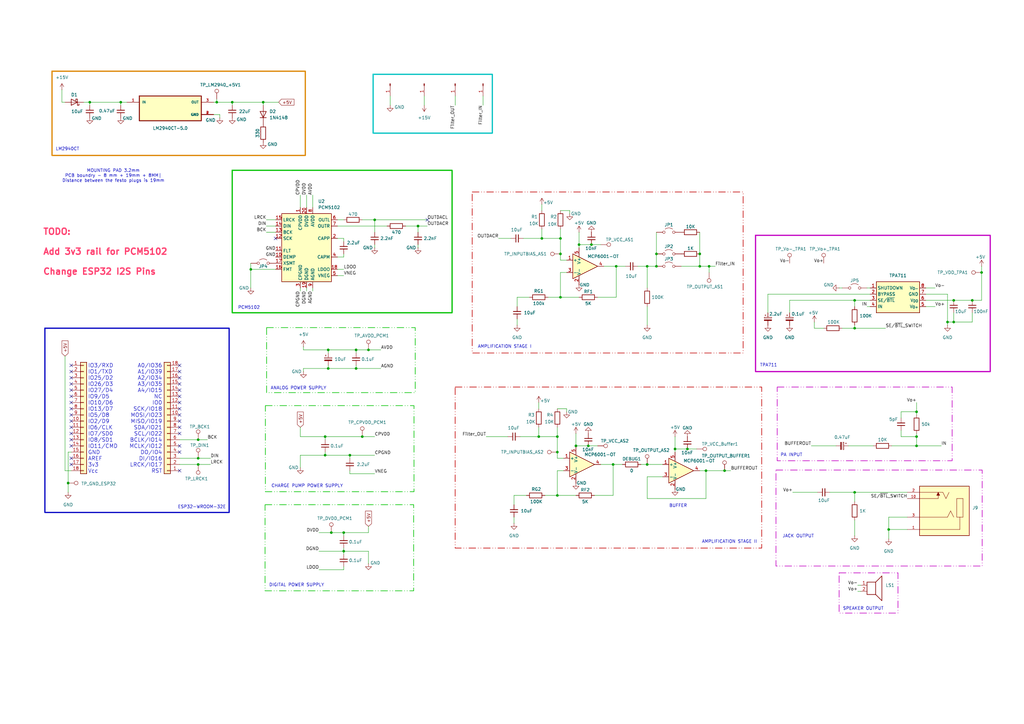
<source format=kicad_sch>
(kicad_sch (version 20231120) (generator "eeschema") (generator_version "8.0")
  (paper "A3")
  (junction (at 350.52 123.19))
  (junction (at 146.05 151.13))
  (junction (at 143.51 186.69))
  (junction (at 220.98 179.07))
  (junction (at 229.87 121.92))
  (junction (at 95.25 41.91))
  (junction (at 375.92 168.91))
  (junction (at 252.73 109.22))
  (junction (at 228.6 179.07))
  (junction (at 135.89 218.44))
  (junction (at 237.49 100.33))
  (junction (at 134.62 151.13))
  (junction (at 289.56 193.04))
  (junction (at 153.67 90.17))
  (junction (at 236.22 182.88))
  (junction (at 364.49 217.17))
  (junction (at 88.9 41.91))
  (junction (at 388.62 132.08))
  (junction (at 265.43 109.22))
  (junction (at 140.97 218.44))
  (junction (at 269.24 109.22))
  (junction (at 81.28 187.96))
  (junction (at 391.16 132.08))
  (junction (at 81.28 180.34))
  (junction (at 290.83 109.22))
  (junction (at 27.94 198.12))
  (junction (at 287.02 104.14))
  (junction (at 228.6 203.2))
  (junction (at 133.35 179.07))
  (junction (at 269.24 104.14))
  (junction (at 151.13 143.51))
  (junction (at 265.43 190.5))
  (junction (at 276.86 184.15))
  (junction (at 36.83 41.91))
  (junction (at 146.05 143.51))
  (junction (at 350.52 201.93))
  (junction (at 242.57 100.33))
  (junction (at 140.97 226.06))
  (junction (at 251.46 190.5))
  (junction (at 134.62 143.51))
  (junction (at 375.92 182.88))
  (junction (at 229.87 97.79))
  (junction (at 102.87 110.49))
  (junction (at 297.18 193.04))
  (junction (at 171.45 92.71))
  (junction (at 281.94 184.15))
  (junction (at 49.53 41.91))
  (junction (at 229.87 104.14))
  (junction (at 402.59 111.76))
  (junction (at 391.16 123.19))
  (junction (at 107.95 41.91))
  (junction (at 133.35 186.69))
  (junction (at 287.02 109.22))
  (junction (at 228.6 185.42))
  (junction (at 350.52 134.62))
  (junction (at 222.25 97.79))
  (junction (at 241.3 182.88))
  (junction (at 81.28 190.5))
  (junction (at 375.92 179.07))
  (junction (at 398.78 123.19))
  (junction (at 148.59 179.07))
  (no_connect (at 29.21 165.1))
  (no_connect (at 29.21 182.88))
  (no_connect (at 73.66 193.04))
  (no_connect (at 29.21 149.86))
  (no_connect (at 73.66 175.26))
  (no_connect (at 29.21 167.64))
  (no_connect (at 175.26 90.17))
  (no_connect (at 73.66 162.56))
  (no_connect (at 73.66 172.72))
  (no_connect (at 73.66 149.86))
  (no_connect (at 73.66 177.8))
  (no_connect (at 29.21 160.02))
  (no_connect (at 73.66 165.1))
  (no_connect (at 29.21 170.18))
  (no_connect (at 73.66 152.4))
  (no_connect (at 73.66 167.64))
  (no_connect (at 29.21 154.94))
  (no_connect (at 29.21 187.96))
  (no_connect (at 73.66 185.42))
  (no_connect (at 29.21 157.48))
  (no_connect (at 73.66 170.18))
  (no_connect (at 29.21 152.4))
  (no_connect (at 29.21 175.26))
  (no_connect (at 73.66 160.02))
  (no_connect (at 29.21 177.8))
  (no_connect (at 73.66 182.88))
  (no_connect (at 113.03 97.79))
  (no_connect (at 29.21 190.5))
  (no_connect (at 29.21 172.72))
  (no_connect (at 29.21 162.56))
  (no_connect (at 73.66 157.48))
  (no_connect (at 29.21 180.34))
  (no_connect (at 73.66 154.94))
  (wire (pts (xy 138.43 110.49) (xy 140.97 110.49)))
  (wire (pts (xy 351.79 240.03) (xy 353.06 240.03)))
  (wire (pts (xy 228.6 179.07) (xy 220.98 179.07)))
  (wire (pts (xy 81.28 180.34) (xy 85.09 180.34)))
  (wire (pts (xy 375.92 179.07) (xy 375.92 182.88)))
  (wire (pts (xy 233.68 86.36) (xy 233.68 87.63)))
  (wire (pts (xy 130.81 233.68) (xy 140.97 233.68)))
  (wire (pts (xy 109.22 92.71) (xy 113.03 92.71)))
  (wire (pts (xy 269.24 95.25) (xy 269.24 104.14)))
  (wire (pts (xy 128.27 118.11) (xy 128.27 119.38)))
  (wire (pts (xy 73.66 187.96) (xy 81.28 187.96)))
  (wire (pts (xy 402.59 111.76) (xy 402.59 123.19)))
  (wire (pts (xy 236.22 177.8) (xy 236.22 182.88)))
  (wire (pts (xy 350.52 134.62) (xy 363.22 134.62)))
  (wire (pts (xy 123.19 175.26) (xy 123.19 179.07)))
  (wire (pts (xy 314.96 128.27) (xy 314.96 120.65)))
  (wire (pts (xy 125.73 118.11) (xy 125.73 119.38)))
  (wire (pts (xy 281.94 184.15) (xy 276.86 184.15)))
  (wire (pts (xy 220.98 165.1) (xy 220.98 167.64)))
  (wire (pts (xy 245.11 121.92) (xy 252.73 121.92)))
  (wire (pts (xy 350.52 201.93) (xy 350.52 205.74)))
  (wire (pts (xy 379.73 123.19) (xy 391.16 123.19)))
  (wire (pts (xy 140.97 227.33) (xy 140.97 226.06)))
  (wire (pts (xy 388.62 120.65) (xy 379.73 120.65)))
  (wire (pts (xy 73.66 190.5) (xy 81.28 190.5)))
  (wire (pts (xy 204.47 97.79) (xy 209.55 97.79)))
  (wire (pts (xy 49.53 41.91) (xy 52.07 41.91)))
  (wire (pts (xy 140.97 224.79) (xy 140.97 226.06)))
  (wire (pts (xy 148.59 179.07) (xy 153.67 179.07)))
  (wire (pts (xy 350.52 201.93) (xy 372.11 201.93)))
  (wire (pts (xy 229.87 111.76) (xy 232.41 111.76)))
  (wire (pts (xy 334.01 132.08) (xy 334.01 134.62)))
  (wire (pts (xy 124.46 151.13) (xy 134.62 151.13)))
  (wire (pts (xy 123.19 118.11) (xy 123.19 119.38)))
  (wire (pts (xy 134.62 151.13) (xy 146.05 151.13)))
  (wire (pts (xy 229.87 97.79) (xy 222.25 97.79)))
  (wire (pts (xy 138.43 113.03) (xy 140.97 113.03)))
  (wire (pts (xy 90.17 46.99) (xy 90.17 48.26)))
  (wire (pts (xy 261.62 109.22) (xy 265.43 109.22)))
  (wire (pts (xy 128.27 80.01) (xy 128.27 85.09)))
  (wire (pts (xy 242.57 100.33) (xy 246.38 100.33)))
  (wire (pts (xy 102.87 107.95) (xy 102.87 110.49)))
  (wire (pts (xy 27.94 185.42) (xy 27.94 198.12)))
  (wire (pts (xy 210.82 203.2) (xy 215.9 203.2)))
  (wire (pts (xy 391.16 123.19) (xy 398.78 123.19)))
  (wire (pts (xy 398.78 128.27) (xy 398.78 132.08)))
  (wire (pts (xy 135.89 218.44) (xy 140.97 218.44)))
  (wire (pts (xy 140.97 104.14) (xy 140.97 105.41)))
  (wire (pts (xy 229.87 93.98) (xy 229.87 97.79)))
  (wire (pts (xy 29.21 185.42) (xy 27.94 185.42)))
  (wire (pts (xy 355.6 118.11) (xy 356.87 118.11)))
  (wire (pts (xy 130.81 226.06) (xy 140.97 226.06)))
  (wire (pts (xy 375.92 177.8) (xy 375.92 179.07)))
  (wire (pts (xy 237.49 95.25) (xy 237.49 100.33)))
  (wire (pts (xy 229.87 97.79) (xy 229.87 104.14)))
  (wire (pts (xy 375.92 168.91) (xy 369.57 168.91)))
  (wire (pts (xy 133.35 186.69) (xy 143.51 186.69)))
  (wire (pts (xy 355.6 125.73) (xy 356.87 125.73)))
  (wire (pts (xy 388.62 132.08) (xy 388.62 133.35)))
  (wire (pts (xy 290.83 111.76) (xy 290.83 109.22)))
  (wire (pts (xy 124.46 143.51) (xy 134.62 143.51)))
  (wire (pts (xy 369.57 176.53) (xy 369.57 179.07)))
  (wire (pts (xy 123.19 186.69) (xy 123.19 191.77)))
  (wire (pts (xy 212.09 121.92) (xy 217.17 121.92)))
  (wire (pts (xy 171.45 100.33) (xy 171.45 101.6)))
  (wire (pts (xy 241.3 182.88) (xy 236.22 182.88)))
  (wire (pts (xy 243.84 203.2) (xy 251.46 203.2)))
  (wire (pts (xy 391.16 128.27) (xy 391.16 132.08)))
  (wire (pts (xy 186.69 39.37) (xy 186.69 43.18)))
  (wire (pts (xy 276.86 184.15) (xy 276.86 185.42)))
  (wire (pts (xy 223.52 203.2) (xy 228.6 203.2)))
  (wire (pts (xy 25.4 41.91) (xy 26.67 41.91)))
  (wire (pts (xy 276.86 179.07) (xy 276.86 184.15)))
  (wire (pts (xy 199.39 179.07) (xy 208.28 179.07)))
  (wire (pts (xy 133.35 185.42) (xy 133.35 186.69)))
  (wire (pts (xy 265.43 195.58) (xy 271.78 195.58)))
  (wire (pts (xy 347.98 182.88) (xy 358.14 182.88)))
  (wire (pts (xy 134.62 143.51) (xy 134.62 144.78)))
  (wire (pts (xy 107.95 41.91) (xy 114.3 41.91)))
  (wire (pts (xy 166.37 92.71) (xy 171.45 92.71)))
  (wire (pts (xy 224.79 121.92) (xy 229.87 121.92)))
  (wire (pts (xy 95.25 41.91) (xy 95.25 43.18)))
  (wire (pts (xy 251.46 190.5) (xy 251.46 203.2)))
  (wire (pts (xy 36.83 41.91) (xy 49.53 41.91)))
  (wire (pts (xy 73.66 180.34) (xy 81.28 180.34)))
  (wire (pts (xy 109.22 95.25) (xy 113.03 95.25)))
  (wire (pts (xy 151.13 226.06) (xy 151.13 231.14)))
  (wire (pts (xy 262.89 190.5) (xy 265.43 190.5)))
  (wire (pts (xy 228.6 167.64) (xy 232.41 167.64)))
  (wire (pts (xy 123.19 186.69) (xy 133.35 186.69)))
  (wire (pts (xy 252.73 109.22) (xy 256.54 109.22)))
  (wire (pts (xy 350.52 134.62) (xy 350.52 133.35)))
  (wire (pts (xy 123.19 179.07) (xy 133.35 179.07)))
  (wire (pts (xy 379.73 125.73) (xy 383.54 125.73)))
  (wire (pts (xy 124.46 151.13) (xy 124.46 152.4)))
  (wire (pts (xy 289.56 193.04) (xy 289.56 204.47)))
  (wire (pts (xy 398.78 132.08) (xy 391.16 132.08)))
  (wire (pts (xy 237.49 100.33) (xy 237.49 101.6)))
  (wire (pts (xy 130.81 218.44) (xy 135.89 218.44)))
  (wire (pts (xy 125.73 80.01) (xy 125.73 85.09)))
  (wire (pts (xy 251.46 190.5) (xy 255.27 190.5)))
  (wire (pts (xy 375.92 182.88) (xy 386.08 182.88)))
  (wire (pts (xy 297.18 193.04) (xy 299.72 193.04)))
  (wire (pts (xy 213.36 179.07) (xy 220.98 179.07)))
  (wire (pts (xy 314.96 120.65) (xy 356.87 120.65)))
  (wire (pts (xy 143.51 186.69) (xy 153.67 186.69)))
  (wire (pts (xy 143.51 186.69) (xy 143.51 187.96)))
  (wire (pts (xy 332.74 182.88) (xy 342.9 182.88)))
  (wire (pts (xy 228.6 193.04) (xy 231.14 193.04)))
  (wire (pts (xy 160.02 39.37) (xy 160.02 43.18)))
  (wire (pts (xy 102.87 110.49) (xy 113.03 110.49)))
  (wire (pts (xy 151.13 143.51) (xy 156.21 143.51)))
  (wire (pts (xy 287.02 104.14) (xy 287.02 109.22)))
  (wire (pts (xy 88.9 40.64) (xy 88.9 41.91)))
  (wire (pts (xy 140.97 219.71) (xy 140.97 218.44)))
  (wire (pts (xy 388.62 120.65) (xy 388.62 132.08)))
  (wire (pts (xy 148.59 90.17) (xy 153.67 90.17)))
  (wire (pts (xy 87.63 46.99) (xy 90.17 46.99)))
  (wire (pts (xy 391.16 132.08) (xy 388.62 132.08)))
  (wire (pts (xy 26.67 146.05) (xy 26.67 193.04)))
  (wire (pts (xy 95.25 41.91) (xy 107.95 41.91)))
  (wire (pts (xy 228.6 185.42) (xy 228.6 187.96)))
  (wire (pts (xy 265.43 125.73) (xy 265.43 133.35)))
  (wire (pts (xy 124.46 143.51) (xy 124.46 142.24)))
  (wire (pts (xy 323.85 123.19) (xy 350.52 123.19)))
  (wire (pts (xy 290.83 109.22) (xy 293.37 109.22)))
  (wire (pts (xy 134.62 149.86) (xy 134.62 151.13)))
  (wire (pts (xy 369.57 168.91) (xy 369.57 171.45)))
  (wire (pts (xy 212.09 130.81) (xy 212.09 133.35)))
  (wire (pts (xy 171.45 92.71) (xy 171.45 95.25)))
  (wire (pts (xy 140.97 97.79) (xy 140.97 99.06)))
  (wire (pts (xy 265.43 204.47) (xy 265.43 195.58)))
  (wire (pts (xy 287.02 193.04) (xy 289.56 193.04)))
  (wire (pts (xy 245.11 182.88) (xy 241.3 182.88)))
  (wire (pts (xy 265.43 109.22) (xy 269.24 109.22)))
  (wire (pts (xy 81.28 187.96) (xy 86.36 187.96)))
  (wire (pts (xy 134.62 143.51) (xy 146.05 143.51)))
  (wire (pts (xy 228.6 175.26) (xy 228.6 179.07)))
  (wire (pts (xy 212.09 121.92) (xy 212.09 125.73)))
  (wire (pts (xy 109.22 90.17) (xy 113.03 90.17)))
  (wire (pts (xy 325.12 201.93) (xy 335.28 201.93)))
  (wire (pts (xy 210.82 212.09) (xy 210.82 214.63)))
  (wire (pts (xy 350.52 213.36) (xy 350.52 219.71)))
  (wire (pts (xy 138.43 90.17) (xy 140.97 90.17)))
  (wire (pts (xy 345.44 134.62) (xy 350.52 134.62)))
  (wire (pts (xy 123.19 80.01) (xy 123.19 85.09)))
  (wire (pts (xy 138.43 105.41) (xy 140.97 105.41)))
  (wire (pts (xy 364.49 220.98) (xy 364.49 217.17)))
  (wire (pts (xy 364.49 212.09) (xy 364.49 217.17)))
  (wire (pts (xy 228.6 193.04) (xy 228.6 203.2)))
  (wire (pts (xy 334.01 134.62) (xy 337.82 134.62)))
  (wire (pts (xy 375.92 168.91) (xy 375.92 170.18)))
  (wire (pts (xy 232.41 167.64) (xy 232.41 168.91)))
  (wire (pts (xy 81.28 190.5) (xy 86.36 190.5)))
  (wire (pts (xy 232.41 106.68) (xy 229.87 106.68)))
  (wire (pts (xy 222.25 83.82) (xy 222.25 86.36)))
  (wire (pts (xy 143.51 194.31) (xy 153.67 194.31)))
  (wire (pts (xy 402.59 109.22) (xy 402.59 111.76)))
  (wire (pts (xy 228.6 203.2) (xy 236.22 203.2)))
  (wire (pts (xy 265.43 190.5) (xy 271.78 190.5)))
  (wire (pts (xy 140.97 233.68) (xy 140.97 232.41)))
  (wire (pts (xy 102.87 118.11) (xy 102.87 110.49)))
  (wire (pts (xy 356.87 123.19) (xy 350.52 123.19)))
  (wire (pts (xy 151.13 218.44) (xy 151.13 215.9)))
  (wire (pts (xy 140.97 226.06) (xy 151.13 226.06)))
  (wire (pts (xy 398.78 123.19) (xy 402.59 123.19)))
  (wire (pts (xy 365.76 182.88) (xy 375.92 182.88)))
  (wire (pts (xy 36.83 41.91) (xy 36.83 43.18)))
  (wire (pts (xy 138.43 97.79) (xy 140.97 97.79)))
  (wire (pts (xy 29.21 193.04) (xy 26.67 193.04)))
  (wire (pts (xy 153.67 90.17) (xy 153.67 95.25)))
  (wire (pts (xy 344.17 118.11) (xy 345.44 118.11)))
  (wire (pts (xy 87.63 41.91) (xy 88.9 41.91)))
  (wire (pts (xy 138.43 92.71) (xy 158.75 92.71)))
  (wire (pts (xy 379.73 118.11) (xy 383.54 118.11)))
  (wire (pts (xy 375.92 179.07) (xy 369.57 179.07)))
  (wire (pts (xy 153.67 90.17) (xy 175.26 90.17)))
  (wire (pts (xy 287.02 109.22) (xy 290.83 109.22)))
  (wire (pts (xy 229.87 104.14) (xy 229.87 106.68)))
  (wire (pts (xy 210.82 203.2) (xy 210.82 207.01)))
  (wire (pts (xy 242.57 100.33) (xy 237.49 100.33)))
  (wire (pts (xy 289.56 204.47) (xy 265.43 204.47)))
  (wire (pts (xy 222.25 93.98) (xy 222.25 97.79)))
  (wire (pts (xy 364.49 217.17) (xy 372.11 217.17)))
  (wire (pts (xy 269.24 104.14) (xy 269.24 109.22)))
  (wire (pts (xy 229.87 121.92) (xy 237.49 121.92)))
  (wire (pts (xy 146.05 149.86) (xy 146.05 151.13)))
  (wire (pts (xy 252.73 109.22) (xy 252.73 121.92)))
  (wire (pts (xy 372.11 212.09) (xy 364.49 212.09)))
  (wire (pts (xy 146.05 143.51) (xy 146.05 144.78)))
  (wire (pts (xy 143.51 193.04) (xy 143.51 194.31)))
  (wire (pts (xy 153.67 101.6) (xy 153.67 100.33)))
  (wire (pts (xy 287.02 95.25) (xy 287.02 104.14)))
  (wire (pts (xy 289.56 193.04) (xy 297.18 193.04)))
  (wire (pts (xy 220.98 175.26) (xy 220.98 179.07)))
  (wire (pts (xy 229.87 111.76) (xy 229.87 121.92)))
  (wire (pts (xy 133.35 179.07) (xy 133.35 180.34)))
  (wire (pts (xy 171.45 92.71) (xy 175.26 92.71)))
  (wire (pts (xy 173.99 39.37) (xy 173.99 43.18)))
  (wire (pts (xy 27.94 198.12) (xy 27.94 201.93)))
  (wire (pts (xy 323.85 123.19) (xy 323.85 128.27)))
  (wire (pts (xy 34.29 41.91) (xy 36.83 41.91)))
  (wire (pts (xy 107.95 43.18) (xy 107.95 41.91)))
  (wire (pts (xy 247.65 109.22) (xy 252.73 109.22)))
  (wire (pts (xy 25.4 36.83) (xy 25.4 41.91)))
  (wire (pts (xy 279.4 109.22) (xy 287.02 109.22)))
  (wire (pts (xy 146.05 143.51) (xy 151.13 143.51)))
  (wire (pts (xy 214.63 97.79) (xy 222.25 97.79)))
  (wire (pts (xy 350.52 123.19) (xy 350.52 125.73)))
  (wire (pts (xy 265.43 109.22) (xy 265.43 118.11)))
  (wire (pts (xy 375.92 165.1) (xy 375.92 168.91)))
  (wire (pts (xy 281.94 184.15) (xy 285.75 184.15)))
  (wire (pts (xy 146.05 151.13) (xy 156.21 151.13)))
  (wire (pts (xy 88.9 41.91) (xy 95.25 41.91)))
  (wire (pts (xy 340.36 201.93) (xy 350.52 201.93)))
  (wire (pts (xy 351.79 242.57) (xy 353.06 242.57)))
  (wire (pts (xy 229.87 86.36) (xy 233.68 86.36)))
  (wire (pts (xy 140.97 218.44) (xy 151.13 218.44)))
  (wire (pts (xy 228.6 179.07) (xy 228.6 185.42)))
  (wire (pts (xy 133.35 179.07) (xy 148.59 179.07)))
  (wire (pts (xy 198.12 39.37) (xy 198.12 43.18)))
  (wire (pts (xy 246.38 190.5) (xy 251.46 190.5)))
  (wire (pts (xy 231.14 187.96) (xy 228.6 187.96)))
  (wire (pts (xy 49.53 41.91) (xy 49.53 43.18)))
  (rectangle (start 109.347 134.366) (end 170.307 161.036) (stroke (width 0.254) (type dash_dot_dot) (color 0 194 0 1)))
  (rectangle (start 108.839 166.37) (end 169.799 201.676) (stroke (width 0.254) (type dash_dot_dot) (color 0 194 0 1)))
  (rectangle (start 21.336 29.21) (end 125.222 63.754) (stroke (width 0.5) (color 221 133 0 1)))
  (rectangle (start 108.712 207.01) (end 169.672 242.316) (stroke (width 0.254) (type dash_dot_dot) (color 0 194 0 1)))
  (rectangle (start 18.415 134.62) (end 93.98 210.185) (stroke (width 0.5)))
  (rectangle (start 153.035 30.48) (end 201.93 54.61) (stroke (width 0.5) (color 0 194 194 1)))
  (rectangle (start 344.17 234.95) (end 368.3 251.46) (stroke (width 0.254) (type dash_dot_dot) (color 194 0 194 1)))
  (rectangle (start 318.77 158.75) (end 390.525 188.976) (stroke (width 0.254) (type dash_dot_dot) (color 194 0 194 1)))
  (rectangle (start 186.69 158.75) (end 312.42 224.79) (stroke (width 0.254) (type dash_dot_dot) (color 194 0 0 1)))
  (rectangle (start 95.25 69.85) (end 185.42 128.27) (stroke (width 0.5) (color 0 194 0 1)))
  (rectangle (start 193.675 78.74) (end 304.8 144.78) (stroke (width 0.254) (type dash_dot_dot) (color 194 0 0 1)))
  (rectangle (start 309.88 96.52) (end 406.146 152.4) (stroke (width 0.5) (color 194 0 194 1)))
  (rectangle (start 318.262 192.786) (end 402.844 232.156) (stroke (width 0.254) (type dash_dot_dot) (color 194 0 194 1)))
  (text "PCM5102" (at 102.108 126.238 0) (effects (font (size 1.27 1.27))))
  (text "CHARGE PUMP POWER SUPPLY\n" (at 125.984 199.39 0) (effects (font (size 1.27 1.27))))
  (text "PA INPUT\n\n" (at 324.612 187.706 0) (effects (font (size 1.27 1.27))))
  (text "TODO:\n\nAdd 3v3 rail for PCM5102 \n\nChange ESP32 I2S Pins \n" (at 17.526 103.378 0) (effects (font (size 2.54 2.54) (thickness 0.508) (bold yes)) (justify left)))
  (text "LM2940CT" (at 27.686 61.214 0) (effects (font (size 1.27 1.27))))
  (text "TPA711\n" (at 315.214 149.86 0) (effects (font (size 1.27 1.27))))
  (text "AMPLIFICATION STAGE II\n\n" (at 299.212 223.266 0) (effects (font (size 1.27 1.27))))
  (text "ESP32-WROOM-32E" (at 82.804 208.026 0) (effects (font (size 1.27 1.27))))
  (text "MOUNTING PAD 3.2mm\nPCB boundry - 8 mm + 19mm + 8MM|\nDistance between the festo plugs is 19mm\n" (at 46.482 72.136 0) (effects (font (size 1.27 1.27))))
  (text "SPEAKER OUTPUT" (at 354.076 249.682 0) (effects (font (size 1.27 1.27))))
  (text "A0/IO36\nA1/IO39\nA2/IO34\nA3/IO35\nA4/IO15\nNC\nIO0\nSCK/IO18\nMOSI/IO23\nMISO/IO19\nSDA/IO21\nSCL/IO22\nBCLK/IO14\nMCLK/IO12\nDO/IO4\nDI/IO16\nLRCK/IO17\nRST" (at 66.548 171.704 0) (effects (font (size 1.58 1.58)) (justify right)))
  (text "JACK OUTPUT" (at 327.406 219.964 0) (effects (font (size 1.27 1.27))))
  (text "ANALOG POWER SUPPLY\n" (at 122.428 159.258 0) (effects (font (size 1.27 1.27))))
  (text "IO3/RXD\nIO1/TXD\nIO25/D2\nIO26/D3\nIO27/D4\nIO9/D5\nIO10/D6\nIO13/D7	\nIO5/D8\nIO2/D9\nIO6/CLK\nIO7/SD0\nIO8/SD1\nIO11/CMD\nGND\nAREF\n3v3\nVcc\n\n" (at 36.068 172.974 0) (effects (font (size 1.58 1.58)) (justify left)))
  (text "BUFFER\n" (at 278.13 207.518 0) (effects (font (size 1.27 1.27))))
  (text "DIGITAL POWER SUPPLY\n" (at 121.666 240.03 0) (effects (font (size 1.27 1.27))))
  (text "AMPLIFICATION STAGE I" (at 207.01 142.24 0) (effects (font (size 1.27 1.27))))
  (label "CPGND" (at 153.67 186.69 0))
  (label "VNEG" (at 140.97 113.03 0))
  (label "BUFFEROUT" (at 299.72 193.04 0))
  (label "AGND" (at 156.21 151.13 0))
  (label "Vo+" (at 375.92 165.1 180))
  (label "DVDD" (at 130.81 218.44 180))
  (label "OUTDACR" (at 175.26 92.71 0))
  (label "CPVDD" (at 123.19 80.01 90))
  (label "Filter_IN" (at 198.12 43.18 270))
  (label "IN" (at 386.08 182.88 0))
  (label "Vo-" (at 383.54 118.11 0))
  (label "Vo+" (at 351.79 242.57 180))
  (label "BCK" (at 85.09 180.34 0))
  (label "DGND" (at 130.81 226.06 180))
  (label "Vo+" (at 325.12 201.93 180))
  (label "DGND" (at 125.73 119.38 270))
  (label "Filter_OUT" (at 199.39 179.07 180))
  (label "VNEG" (at 153.67 194.31 0))
  (label "AVDD" (at 128.27 80.01 90))
  (label "AVDD" (at 156.21 143.51 0))
  (label "Vo-" (at 351.79 240.03 180))
  (label "GND" (at 113.03 102.87 180))
  (label "SE{slash}~{BTL}_SWITCH" (at 363.22 134.62 0))
  (label "CPGND" (at 123.19 119.38 270))
  (label "DVDD" (at 125.73 80.01 90))
  (label "LRCK" (at 109.22 90.17 180))
  (label "Filter_OUT" (at 186.69 43.18 270))
  (label "LDOO" (at 140.97 110.49 0))
  (label "DIN" (at 109.22 92.71 180))
  (label "LDOO" (at 130.81 233.68 180))
  (label "CPVDD" (at 153.67 179.07 0))
  (label "Vo+" (at 383.54 125.73 0))
  (label "AGND" (at 128.27 119.38 270))
  (label "LRCK" (at 86.36 190.5 0))
  (label "OUTDACL" (at 175.26 90.17 0))
  (label "SE{slash}~{BTL}_SWITCH" (at 372.11 204.47 180))
  (label "IN" (at 355.6 125.73 180))
  (label "BCK" (at 109.22 95.25 180))
  (label "Filter_IN" (at 293.37 109.22 0))
  (label "GND" (at 113.03 105.41 180))
  (label "DIN" (at 86.36 187.96 0))
  (label "BUFFEROUT" (at 332.74 182.88 180))
  (label "Vo+" (at 337.82 107.95 180))
  (label "OUTDACR" (at 204.47 97.79 180))
  (label "Vo-" (at 323.85 107.95 180))
  (global_label "+5V" (shape input) (at 151.13 215.9 90) (property "Intersheetrefs" "${INTERSHEET_REFS}" (effects (hide yes))))
  (global_label "+5V" (shape input) (at 123.19 175.26 90) (property "Intersheetrefs" "${INTERSHEET_REFS}" (effects (hide yes))))
  (global_label "+5V" (shape input) (at 26.67 146.05 90) (property "Intersheetrefs" "${INTERSHEET_REFS}" (effects (hide yes))))
  (global_label "+5V" (shape input) (at 114.3 41.91 0) (property "Intersheetrefs" "${INTERSHEET_REFS}" (effects (hide yes))))
  (symbol (lib_id "Connector:TestPoint") (at 265.43 190.5 0) (unit 1)
    (property "Reference" "TP_OUTPUT_AS2" (at 259.588 184.658 0) (effects (justify left)))
    (property "Value" "TestPoint" (effects (hide yes)))
    (property "Footprint" "TestPoint:TestPoint_Pad_1.5x1.5mm" (effects (hide yes)))
    (property "Description" "test point" (effects (hide yes)))
    (property "OC_Mouser" "X" (effects (hide yes)))
  )
  (symbol (lib_id "Device:R") (at 341.63 134.62 270) (unit 1)
    (property "Reference" "R12" (effects (hide yes)))
    (property "Value" "100K" (at 341.884 132.08 90))
    (property "Footprint" "Resistor_SMD:R_0805_2012Metric_Pad1.20x1.40mm_HandSolder" (effects (hide yes)))
    (property "Description" "Resistor" (effects (hide yes)))
    (property "OC_Mouser" "603-RT0805BRE07100KL" (effects (hide yes)))
    (property "Double Checked" "x" (effects (hide yes)))
  )
  (symbol (lib_id "Device:R") (at 241.3 121.92 90) (unit 1)
    (property "Reference" "RF1" (at 241.3 119.634 90))
    (property "Value" "5K" (at 241.3 124.46 90))
    (property "Footprint" "Resistor_SMD:R_0805_2012Metric_Pad1.20x1.40mm_HandSolder" (effects (hide yes)))
    (property "Description" "Resistor" (effects (hide yes)))
    (property "OC_Mouser" "71-RCA08055K10FKEA" (effects (hide yes)))
  )
  (symbol (lib_name "MCP6001-OT_1") (lib_id "Amplifier_Operational:MCP6001-OT") (at 279.4 193.04 0) (unit 1)
    (property "Reference" "U3" (effects (hide yes)))
    (property "Value" "MCP6001-OT" (at 286.766 188.976 0))
    (property "Footprint" "MCP6001UT:SOT95P270X145-5N" (effects (hide yes)))
    (property "Datasheet" "https://ww1.microchip.com/downloads/en/DeviceDoc/MCP6001-1R-1U-2-4-1-MHz-Low-Power-Op-Amp-DS20001733L.pdf" (effects (hide yes)))
    (property "Description" "1MHz, Low-Power Op Amp, SOT-23-5" (effects (hide yes)))
    (property "OC_Mouser" "579-MCP6001UT-I/OT" (effects (hide yes)))
    (property "Double Checked" "x" (effects (hide yes)))
  )
  (symbol (lib_id "Device:C_Small") (at 241.3 180.34 0) (unit 1)
    (property "Reference" "C_COUPLING_AMPSTAGE3" (effects (hide yes)))
    (property "Value" "10nF" (at 238.76 184.404 0) (effects (justify left)))
    (property "Footprint" "Capacitor_SMD:C_1206_3216Metric_Pad1.33x1.80mm_HandSolder" (effects (hide yes)))
    (property "Description" "Unpolarized capacitor, small symbol" (effects (hide yes)))
    (property "OC_Mouser" "581-KGM31GCG2J103JU" (effects (hide yes)))
    (property "Double Checked" "x" (effects (hide yes)))
  )
  (symbol (lib_id "Connector:TestPoint") (at 148.59 179.07 0) (unit 1)
    (property "Reference" "TP_CPVDD_PCM1" (at 142.748 173.228 0) (effects (justify left)))
    (property "Value" "TestPoint" (effects (hide yes)))
    (property "Footprint" "TestPoint:TestPoint_Pad_1.5x1.5mm" (effects (hide yes)))
    (property "Description" "test point" (effects (hide yes)))
    (property "OC_Mouser" "X" (effects (hide yes)))
  )
  (symbol (lib_id "Device:C_Polarized_Small") (at 323.85 130.81 0) (unit 1)
    (property "Reference" "C_SE/BTL_TPA1" (effects (hide yes)))
    (property "Value" "0.1uF" (at 324.612 128.778 0) (effects (justify left)))
    (property "Footprint" "Capacitor_SMD:C_1206_3216Metric_Pad1.33x1.80mm_HandSolder" (effects (hide yes)))
    (property "Description" "Polarized capacitor, small symbol" (effects (hide yes)))
    (property "OC_Mouser" "581-KAF31BR71H104KT" (effects (hide yes)))
    (property "Comments" "0.1uF = 100nF" (effects (hide yes)))
    (property "Double Checked" "x" (effects (hide yes)))
  )
  (symbol (lib_id "Device:R") (at 240.03 203.2 90) (unit 1)
    (property "Reference" "RF2" (at 240.03 200.914 90))
    (property "Value" "5K" (at 240.03 205.74 90))
    (property "Footprint" "Resistor_SMD:R_0805_2012Metric_Pad1.20x1.40mm_HandSolder" (effects (hide yes)))
    (property "Description" "Resistor" (effects (hide yes)))
    (property "OC_Mouser" "71-RCA08055K10FKEA" (effects (hide yes)))
  )
  (symbol (lib_id "power:+5V") (at 124.46 142.24 0) (unit 1)
    (property "Reference" "#PWR02" (effects (hide yes)))
    (property "Value" "+5V" (at 124.46 137.16 0))
    (property "Description" "Power symbol creates a global label with name \"+5V\"" (effects (hide yes)))
  )
  (symbol (lib_id "Connector:Conn_01x01_Pin") (at 186.69 34.29 270) (unit 1)
    (property "Reference" "J6" (effects (hide yes)))
    (property "Value" "Conn_01x01_Pin" (effects (hide yes)))
    (property "Footprint" "TestPoint:FestoBoard_Drill_Hole" (effects (hide yes)))
    (property "Description" "Generic connector, single row, 01x01, script generated" (effects (hide yes)))
    (property "Comments" "Screws? Washers? Do we have to order?" (effects (hide yes)))
  )
  (symbol (lib_id "power:+15V") (at 173.99 43.18 180) (unit 1)
    (property "Reference" "#PWR039" (effects (hide yes)))
    (property "Value" "+15V" (at 173.99 48.26 0))
    (property "Description" "Power symbol creates a global label with name \"+15V\"" (effects (hide yes)))
  )
  (symbol (lib_id "Jumper:Jumper_2_Open") (at 274.32 109.22 0) (unit 1) (exclude_from_sim yes)
    (property "Reference" "JP3" (at 274.32 106.172 0))
    (property "Value" "Jumper_2_Open" (effects (hide yes)))
    (property "Footprint" "Jumper:SolderJumper-2_P1.3mm_Open_Pad1.0x1.5mm" (effects (hide yes)))
    (property "Description" "Jumper, 2-pole, open" (effects (hide yes)))
    (property "OC_Mouser" "X" (effects (hide yes)))
  )
  (symbol (lib_id "Device:R") (at 220.98 121.92 90) (unit 1)
    (property "Reference" "RG1" (at 220.98 119.38 90))
    (property "Value" "100k" (at 220.98 124.46 90))
    (property "Footprint" "Resistor_SMD:R_0805_2012Metric_Pad1.20x1.40mm_HandSolder" (effects (hide yes)))
    (property "Description" "Resistor" (effects (hide yes)))
    (property "OC_Mouser" "603-RT0805BRE07100KL" (effects (hide yes)))
    (property "Double Checked" "x" (effects (hide yes)))
  )
  (symbol (lib_id "Device:C_Small") (at 212.09 128.27 180) (unit 1)
    (property "Reference" "C_GND_AMPSTAGE1" (effects (hide yes)))
    (property "Value" "10uF" (at 219.71 128.27 0) (effects (justify left)))
    (property "Footprint" "Capacitor_SMD:C_1206_3216Metric_Pad1.33x1.80mm_HandSolder" (effects (hide yes)))
    (property "Description" "Unpolarized capacitor, small symbol" (effects (hide yes)))
    (property "OC_Mouser" "581-KAF31GR71C106KU" (effects (hide yes)))
    (property "Double Checked" "x" (effects (hide yes)))
  )
  (symbol (lib_id "power:GND") (at 241.3 177.8 180) (unit 1)
    (property "Reference" "#PWR036" (effects (hide yes)))
    (property "Value" "GND" (at 241.3 173.99 0))
    (property "Description" "Power symbol creates a global label with name \"GND\" , ground" (effects (hide yes)))
  )
  (symbol (lib_id "Connector:TestPoint") (at 246.38 100.33 270) (unit 1)
    (property "Reference" "TP_VCC_AS1" (at 248.412 98.298 90) (effects (justify left)))
    (property "Value" "TestPoint" (effects (hide yes)))
    (property "Footprint" "TestPoint:TestPoint_Pad_1.5x1.5mm" (effects (hide yes)))
    (property "Description" "test point" (effects (hide yes)))
    (property "OC_Mouser" "X" (effects (hide yes)))
  )
  (symbol (lib_id "Device:R") (at 350.52 209.55 0) (unit 1)
    (property "Reference" "R11" (effects (hide yes)))
    (property "Value" "1K" (at 353.822 209.55 0))
    (property "Footprint" "Resistor_SMD:R_0805_2012Metric_Pad1.20x1.40mm_HandSolder" (effects (hide yes)))
    (property "Description" "Resistor" (effects (hide yes)))
    (property "OC_Mouser" " 652-CR0805AFX1001EAS" (effects (hide yes)))
  )
  (symbol (lib_id "Connector:TestPoint") (at 151.13 143.51 0) (unit 1)
    (property "Reference" "TP_AVDD_PCM1" (at 145.288 137.668 0) (effects (justify left)))
    (property "Value" "TestPoint" (effects (hide yes)))
    (property "Footprint" "TestPoint:TestPoint_Pad_1.5x1.5mm" (effects (hide yes)))
    (property "Description" "test point" (effects (hide yes)))
    (property "OC_Mouser" "X" (effects (hide yes)))
  )
  (symbol (lib_id "Device:R") (at 283.21 95.25 270) (unit 1)
    (property "Reference" "R_COUPLING_AMPSTAGE2" (effects (hide yes)))
    (property "Value" "10K" (at 283.21 92.964 90))
    (property "Footprint" "Resistor_SMD:R_0805_2012Metric_Pad1.20x1.40mm_HandSolder" (effects (hide yes)))
    (property "Description" "Resistor" (effects (hide yes)))
    (property "OC_Mouser" "708-RNHT0805BTE10K0" (effects (hide yes)))
  )
  (symbol (lib_id "power:GND") (at 276.86 200.66 0) (unit 1)
    (property "Reference" "#PWR07" (effects (hide yes)))
    (property "Value" "GND" (at 279.146 200.66 0))
    (property "Description" "Power symbol creates a global label with name \"GND\" , ground" (effects (hide yes)))
  )
  (symbol (lib_id "Connector_Generic:Conn_01x18") (at 34.29 170.18 0) (unit 1)
    (property "Reference" "J2" (effects (hide yes)))
    (property "Value" "Conn_01x18" (effects (hide yes)))
    (property "Footprint" "Connector_PinSocket_2.54mm:PinSocket_1x18_P2.54mm_Vertical" (effects (hide yes)))
    (property "Description" "Generic connector, single row, 01x18, script generated (kicad-library-utils/schlib/autogen/connector/)" (effects (hide yes)))
    (property "Comments" "No idea" (effects (hide yes)))
  )
  (symbol (lib_id "Device:C_Small") (at 281.94 181.61 0) (unit 1)
    (property "Reference" "C_COUPLING_AMPSTAGE4" (effects (hide yes)))
    (property "Value" "10nF" (at 279.4 185.674 0) (effects (justify left)))
    (property "Footprint" "Capacitor_SMD:C_1206_3216Metric_Pad1.33x1.80mm_HandSolder" (effects (hide yes)))
    (property "Description" "Unpolarized capacitor, small symbol" (effects (hide yes)))
    (property "OC_Mouser" "581-KGM31GCG2J103JU" (effects (hide yes)))
    (property "Double Checked" "x" (effects (hide yes)))
  )
  (symbol (lib_id "Connector:TestPoint") (at 27.94 198.12 270) (unit 1)
    (property "Reference" "TP_GND_ESP32" (at 33.274 198.374 90) (effects (justify left)))
    (property "Value" "TestPoint" (effects (hide yes)))
    (property "Footprint" "TestPoint:TestPoint_Pad_1.5x1.5mm" (effects (hide yes)))
    (property "Description" "test point" (effects (hide yes)))
    (property "OC_Mouser" "X" (effects (hide yes)))
  )
  (symbol (lib_id "Connector_Generic:Conn_01x18") (at 68.58 172.72 180) (unit 1)
    (property "Reference" "J3" (effects (hide yes)))
    (property "Value" "Conn_01x18" (effects (hide yes)))
    (property "Footprint" "Connector_PinSocket_2.54mm:PinSocket_1x18_P2.54mm_Vertical" (effects (hide yes)))
    (property "Description" "Generic connector, single row, 01x18, script generated (kicad-library-utils/schlib/autogen/connector/)" (effects (hide yes)))
    (property "Comments" "No idea" (effects (hide yes)))
  )
  (symbol (lib_id "Connector:Conn_01x01_Pin") (at 173.99 34.29 270) (unit 1)
    (property "Reference" "J5" (effects (hide yes)))
    (property "Value" "Conn_01x01_Pin" (effects (hide yes)))
    (property "Footprint" "TestPoint:FestoBoard_Drill_Hole" (effects (hide yes)))
    (property "Description" "Generic connector, single row, 01x01, script generated" (effects (hide yes)))
    (property "Comments" "Screws? Washers? Do we have to order?" (effects (hide yes)))
  )
  (symbol (lib_id "Jumper:Jumper_2_Open") (at 350.52 118.11 0) (unit 1) (exclude_from_sim yes)
    (property "Reference" "JP5" (at 350.52 115.062 0))
    (property "Value" "Jumper_2_Open" (effects (hide yes)))
    (property "Footprint" "Jumper:SolderJumper-2_P1.3mm_Open_Pad1.0x1.5mm" (effects (hide yes)))
    (property "Description" "Jumper, 2-pole, open" (effects (hide yes)))
    (property "OC_Mouser" "X" (effects (hide yes)))
  )
  (symbol (lib_id "power:GND") (at 388.62 133.35 0) (unit 1)
    (property "Reference" "#PWR023" (effects (hide yes)))
    (property "Value" "GND" (at 388.62 138.43 0))
    (property "Description" "Power symbol creates a global label with name \"GND\" , ground" (effects (hide yes)))
  )
  (symbol (lib_id "power:+5V") (at 222.25 83.82 0) (unit 1)
    (property "Reference" "#PWR012" (effects (hide yes)))
    (property "Value" "+5V" (at 224.79 83.058 0))
    (property "Description" "Power symbol creates a global label with name \"+5V\"" (effects (hide yes)))
  )
  (symbol (lib_id "power:GND") (at 281.94 179.07 180) (unit 1)
    (property "Reference" "#PWR037" (effects (hide yes)))
    (property "Value" "GND" (at 281.94 175.514 0))
    (property "Description" "Power symbol creates a global label with name \"GND\" , ground" (effects (hide yes)))
  )
  (symbol (lib_id "Device:C_Small") (at 36.83 45.72 0) (unit 1)
    (property "Reference" "C_IN_+15V_1" (effects (hide yes)))
    (property "Value" "10uF" (at 29.21 45.72 0) (effects (justify left)))
    (property "Footprint" "Capacitor_SMD:C_1206_3216Metric_Pad1.33x1.80mm_HandSolder" (effects (hide yes)))
    (property "Description" "Unpolarized capacitor, small symbol" (effects (hide yes)))
    (property "OC_Mouser" "581-KAF31GR71C106KU" (effects (hide yes)))
    (property "Double Checked" "x" (effects (hide yes)))
  )
  (symbol (lib_id "power:+5V") (at 276.86 179.07 0) (unit 1)
    (property "Reference" "#PWR08" (effects (hide yes)))
    (property "Value" "+5V" (at 276.86 175.26 0))
    (property "Description" "Power symbol creates a global label with name \"+5V\"" (effects (hide yes)))
  )
  (symbol (lib_id "Jumper:Jumper_2_Open") (at 274.32 104.14 0) (unit 1) (exclude_from_sim yes)
    (property "Reference" "JP2" (at 274.32 101.092 0))
    (property "Value" "Jumper_2_Open" (effects (hide yes)))
    (property "Footprint" "Jumper:SolderJumper-2_P1.3mm_Open_Pad1.0x1.5mm" (effects (hide yes)))
    (property "Description" "Jumper, 2-pole, open" (effects (hide yes)))
    (property "OC_Mouser" "X" (effects (hide yes)))
  )
  (symbol (lib_id "Connector:Conn_01x01_Pin") (at 160.02 34.29 270) (unit 1)
    (property "Reference" "J4" (effects (hide yes)))
    (property "Value" "Conn_01x01_Pin" (effects (hide yes)))
    (property "Footprint" "TestPoint:FestoBoard_Drill_Hole" (effects (hide yes)))
    (property "Description" "Generic connector, single row, 01x01, script generated" (effects (hide yes)))
    (property "Comments" "Screws? Washers? Do we have to order?" (effects (hide yes)))
  )
  (symbol (lib_id "Jumper:Jumper_2_Open") (at 274.32 95.25 0) (unit 1) (exclude_from_sim yes)
    (property "Reference" "JP1" (at 274.32 92.202 0))
    (property "Value" "Jumper_2_Open" (effects (hide yes)))
    (property "Footprint" "Jumper:SolderJumper-2_P1.3mm_Open_Pad1.0x1.5mm" (effects (hide yes)))
    (property "Description" "Jumper, 2-pole, open" (effects (hide yes)))
    (property "OC_Mouser" "X" (effects (hide yes)))
  )
  (symbol (lib_id "Device:C_Small") (at 210.82 209.55 180) (unit 1)
    (property "Reference" "C_GND_AMPSTAGE2" (effects (hide yes)))
    (property "Value" "10uF" (at 218.44 209.55 0) (effects (justify left)))
    (property "Footprint" "Capacitor_SMD:C_1206_3216Metric_Pad1.33x1.80mm_HandSolder" (effects (hide yes)))
    (property "Description" "Unpolarized capacitor, small symbol" (effects (hide yes)))
    (property "OC_Mouser" "581-KAF31GR71C106KU" (effects (hide yes)))
    (property "Double Checked" "x" (effects (hide yes)))
  )
  (symbol (lib_id "Connector:TestPoint") (at 81.28 180.34 0) (unit 1)
    (property "Reference" "TP_BCK1" (at 77.724 175.006 0) (effects (justify left)))
    (property "Value" "TestPoint" (effects (hide yes)))
    (property "Footprint" "TestPoint:TestPoint_Pad_1.5x1.5mm" (effects (hide yes)))
    (property "Description" "test point" (effects (hide yes)))
    (property "OC_Mouser" "X" (effects (hide yes)))
  )
  (symbol (lib_name "MCP6001-OT_1") (lib_id "Amplifier_Operational:MCP6001-OT") (at 240.03 109.22 0) (unit 1)
    (property "Reference" "U4" (effects (hide yes)))
    (property "Value" "MCP6001-OT" (at 247.396 105.156 0))
    (property "Footprint" "MCP6001UT:SOT95P270X145-5N" (effects (hide yes)))
    (property "Datasheet" "https://ww1.microchip.com/downloads/en/DeviceDoc/MCP6001-1R-1U-2-4-1-MHz-Low-Power-Op-Amp-DS20001733L.pdf" (effects (hide yes)))
    (property "Description" "1MHz, Low-Power Op Amp, SOT-23-5" (effects (hide yes)))
    (property "OC_Mouser" "579-MCP6001UT-I/OT" (effects (hide yes)))
    (property "Double Checked" "x" (effects (hide yes)))
  )
  (symbol (lib_id "power:GND") (at 95.25 48.26 0) (unit 1)
    (property "Reference" "#PWR034" (effects (hide yes)))
    (property "Value" "GND" (at 99.06 49.022 0))
    (property "Description" "Power symbol creates a global label with name \"GND\" , ground" (effects (hide yes)))
  )
  (symbol (lib_id "Device:C_Small") (at 242.57 97.79 0) (unit 1)
    (property "Reference" "C_COUPLING_AMPSTAGE2" (effects (hide yes)))
    (property "Value" "10nF" (at 240.03 101.854 0) (effects (justify left)))
    (property "Footprint" "Capacitor_SMD:C_1206_3216Metric_Pad1.33x1.80mm_HandSolder" (effects (hide yes)))
    (property "Description" "Unpolarized capacitor, small symbol" (effects (hide yes)))
    (property "OC_Mouser" "581-KGM31GCG2J103JU" (effects (hide yes)))
    (property "Double Checked" "x" (effects (hide yes)))
  )
  (symbol (lib_id "power:GND") (at 171.45 101.6 0) (unit 1)
    (property "Reference" "#PWR027" (effects (hide yes)))
    (property "Value" "GND" (at 168.656 101.6 0))
    (property "Description" "Power symbol creates a global label with name \"GND\" , ground" (effects (hide yes)))
  )
  (symbol (lib_id "power:GND") (at 212.09 133.35 0) (unit 1)
    (property "Reference" "#PWR09" (effects (hide yes)))
    (property "Value" "GND" (at 212.09 138.43 0))
    (property "Description" "Power symbol creates a global label with name \"GND\" , ground" (effects (hide yes)))
  )
  (symbol (lib_id "power:GND") (at 314.96 133.35 0) (unit 1)
    (property "Reference" "#PWR022" (effects (hide yes)))
    (property "Value" "GND" (at 314.96 138.43 0))
    (property "Description" "Power symbol creates a global label with name \"GND\" , ground" (effects (hide yes)))
  )
  (symbol (lib_id "Device:R") (at 107.95 54.61 180) (unit 1)
    (property "Reference" "STATUS_LED1" (effects (hide yes)))
    (property "Value" "330" (at 105.664 54.61 90))
    (property "Footprint" "Resistor_SMD:R_0805_2012Metric_Pad1.20x1.40mm_HandSolder" (effects (hide yes)))
    (property "Description" "Resistor" (effects (hide yes)))
    (property "OC_Mouser" "594-MCU08050C3300FP5" (effects (hide yes)))
  )
  (symbol (lib_id "power:GND") (at 350.52 219.71 0) (unit 1)
    (property "Reference" "#PWR024" (effects (hide yes)))
    (property "Value" "GND" (at 350.52 224.79 0))
    (property "Description" "Power symbol creates a global label with name \"GND\" , ground" (effects (hide yes)))
  )
  (symbol (lib_id "Connector:TestPoint") (at 290.83 111.76 180) (unit 1)
    (property "Reference" "TP_OUTPUT_AS1" (at 296.672 117.602 0) (effects (justify left)))
    (property "Value" "TestPoint" (effects (hide yes)))
    (property "Footprint" "TestPoint:TestPoint_Pad_1.5x1.5mm" (effects (hide yes)))
    (property "Description" "test point" (effects (hide yes)))
    (property "OC_Mouser" "X" (effects (hide yes)))
  )
  (symbol (lib_id "power:GND") (at 242.57 95.25 180) (unit 1)
    (property "Reference" "#PWR06" (effects (hide yes)))
    (property "Value" "GND" (at 242.57 91.44 0))
    (property "Description" "Power symbol creates a global label with name \"GND\" , ground" (effects (hide yes)))
  )
  (symbol (lib_id "Device:C_Small") (at 143.51 190.5 0) (unit 1)
    (property "Reference" "C2_CPPS_PCM1" (effects (hide yes)))
    (property "Value" "2.2uF" (at 146.304 190.5 0) (effects (justify left)))
    (property "Footprint" "Capacitor_SMD:C_1206_3216Metric_Pad1.33x1.80mm_HandSolder" (effects (hide yes)))
    (property "Description" "Unpolarized capacitor, small symbol" (effects (hide yes)))
    (property "OC_Mouser" "581-KAF31GR71E225KU" (effects (hide yes)))
    (property "Double Checked" "x" (effects (hide yes)))
  )
  (symbol (lib_id "power:GND") (at 151.13 231.14 0) (unit 1)
    (property "Reference" "#PWR020" (effects (hide yes)))
    (property "Value" "GND" (at 153.924 230.886 0))
    (property "Description" "Power symbol creates a global label with name \"GND\" , ground" (effects (hide yes)))
  )
  (symbol (lib_id "Device:C_Small") (at 171.45 97.79 0) (unit 1)
    (property "Reference" "CG2_PCM5102" (effects (hide yes)))
    (property "Value" "2.2nF" (at 173.736 97.79 0) (effects (justify left)))
    (property "Footprint" "Capacitor_SMD:C_1206_3216Metric_Pad1.33x1.80mm_HandSolder" (effects (hide yes)))
    (property "Description" "Unpolarized capacitor, small symbol" (effects (hide yes)))
    (property "OC_Mouser" "81-GRM31BR72E223KW01" (effects (hide yes)))
    (property "Double Checked" "x" (effects (hide yes)))
  )
  (symbol (lib_id "Connector:TestPoint") (at 229.87 104.14 90) (unit 1)
    (property "Reference" "TP_INPUTBIAS_AS1" (at 224.282 104.14 90) (effects (justify left)))
    (property "Value" "TestPoint" (effects (hide yes)))
    (property "Footprint" "TestPoint:TestPoint_Pad_1.5x1.5mm" (effects (hide yes)))
    (property "Description" "test point" (effects (hide yes)))
    (property "OC_Mouser" "X" (effects (hide yes)))
  )
  (symbol (lib_id "power:GND") (at 265.43 133.35 0) (unit 1)
    (property "Reference" "#PWR031" (effects (hide yes)))
    (property "Value" "GND" (at 265.43 138.43 0))
    (property "Description" "Power symbol creates a global label with name \"GND\" , ground" (effects (hide yes)))
  )
  (symbol (lib_id "power:+5V") (at 237.49 95.25 0) (unit 1)
    (property "Reference" "#PWR013" (effects (hide yes)))
    (property "Value" "+5V" (at 237.49 91.44 0))
    (property "Description" "Power symbol creates a global label with name \"+5V\"" (effects (hide yes)))
  )
  (symbol (lib_id "Jumper:Jumper_2_Open") (at 107.95 107.95 0) (unit 1) (exclude_from_sim yes)
    (property "Reference" "JP4" (at 107.95 109.22 0))
    (property "Value" "Jumper_2_Open" (effects (hide yes)))
    (property "Footprint" "Jumper:SolderJumper-2_P1.3mm_Open_Pad1.0x1.5mm" (effects (hide yes)))
    (property "Description" "Jumper, 2-pole, open" (effects (hide yes)))
    (property "OC_Mouser" "X" (effects (hide yes)))
  )
  (symbol (lib_id "power:GND") (at 160.02 43.18 0) (unit 1)
    (property "Reference" "#PWR038" (effects (hide yes)))
    (property "Value" "GND" (at 163.83 43.942 0))
    (property "Description" "Power symbol creates a global label with name \"GND\" , ground" (effects (hide yes)))
  )
  (symbol (lib_id "power:GND") (at 236.22 198.12 0) (unit 1)
    (property "Reference" "#PWR011" (effects (hide yes)))
    (property "Value" "GND" (at 238.506 198.12 0))
    (property "Description" "Power symbol creates a global label with name \"GND\" , ground" (effects (hide yes)))
  )
  (symbol (lib_id "Amplifier_Audio:TPA711") (at 368.3 121.92 0) (unit 1)
    (property "Reference" "U6" (effects (hide yes)))
    (property "Value" "TPA711" (at 368.3 113.03 0))
    (property "Footprint" "Package_SO:Texas_R-PDSO-G8_EP2.95x4.9mm_Mask2.4x3.1mm" (effects (hide yes)))
    (property "Datasheet" "https://www.ti.com/lit/ds/symlink/tpa6203a1.pdf" (effects (hide yes)))
    (property "Description" "700mW, Class-AB, Audio Amplifier, BTL/SE Mode" (effects (hide yes)))
    (property "OC_Mouser" "595-TPA711DR" (effects (hide yes)))
    (property "Double Checked" "x" (effects (hide yes)))
  )
  (symbol (lib_id "Device:R") (at 144.78 90.17 90) (unit 1)
    (property "Reference" "ROUTDACL1" (effects (hide yes)))
    (property "Value" "470" (at 144.78 87.884 90))
    (property "Footprint" "Resistor_SMD:R_0805_2012Metric_Pad1.20x1.40mm_HandSolder" (effects (hide yes)))
    (property "Description" "Resistor" (effects (hide yes)))
    (property "OC_Mouser" "71-RCS0805470KJNEA" (effects (hide yes)))
  )
  (symbol (lib_id "Connector:TestPoint") (at 228.6 185.42 90) (unit 1)
    (property "Reference" "TP_INPUTBIAS_AS2" (at 223.012 185.42 90) (effects (justify left)))
    (property "Value" "TestPoint" (effects (hide yes)))
    (property "Footprint" "TestPoint:TestPoint_Pad_1.5x1.5mm" (effects (hide yes)))
    (property "Description" "test point" (effects (hide yes)))
    (property "OC_Mouser" "X" (effects (hide yes)))
  )
  (symbol (lib_name "MCP6001-OT_1") (lib_id "Amplifier_Operational:MCP6001-OT") (at 238.76 190.5 0) (unit 1)
    (property "Reference" "U1" (effects (hide yes)))
    (property "Value" "MCP6001-OT" (at 246.126 186.436 0))
    (property "Footprint" "MCP6001UT:SOT95P270X145-5N" (effects (hide yes)))
    (property "Datasheet" "https://ww1.microchip.com/downloads/en/DeviceDoc/MCP6001-1R-1U-2-4-1-MHz-Low-Power-Op-Amp-DS20001733L.pdf" (effects (hide yes)))
    (property "Description" "1MHz, Low-Power Op Amp, SOT-23-5" (effects (hide yes)))
    (property "OC_Mouser" "579-MCP6001UT-I/OT" (effects (hide yes)))
    (property "Double Checked" "x" (effects (hide yes)))
  )
  (symbol (lib_id "Device:R") (at 283.21 104.14 270) (unit 1)
    (property "Reference" "R_COUPLING_AMPSTAGE3" (effects (hide yes)))
    (property "Value" "1K" (at 283.21 101.854 90))
    (property "Footprint" "Resistor_SMD:R_0805_2012Metric_Pad1.20x1.40mm_HandSolder" (effects (hide yes)))
    (property "Description" "Resistor" (effects (hide yes)))
    (property "OC_Mouser" " 652-CR0805AFX1001EAS" (effects (hide yes)))
  )
  (symbol (lib_id "Device:C_Small") (at 49.53 45.72 180) (unit 1)
    (property "Reference" "C_INPUT_LDO1" (effects (hide yes)))
    (property "Value" "0.47uF" (at 47.244 45.466 0) (effects (justify left)))
    (property "Footprint" "Capacitor_SMD:C_1206_3216Metric_Pad1.33x1.80mm_HandSolder" (effects (hide yes)))
    (property "Description" "Unpolarized capacitor, small symbol" (effects (hide yes)))
    (property "OC_Mouser" "581-KAF31ER71H474KU" (effects (hide yes)))
    (property "Double Checked" "x" (effects (hide yes)))
  )
  (symbol (lib_id "Device:R") (at 229.87 90.17 180) (unit 1)
    (property "Reference" "R2" (at 227.076 88.9 0))
    (property "Value" "10K" (at 226.568 91.948 0))
    (property "Footprint" "Resistor_SMD:R_0805_2012Metric_Pad1.20x1.40mm_HandSolder" (effects (hide yes)))
    (property "Description" "Resistor" (effects (hide yes)))
    (property "OC_Mouser" "708-RNHT0805BTE10K0" (effects (hide yes)))
  )
  (symbol (lib_id "SJ2-35853B-SMT-TR:SJ2-35853B-SMT-TR") (at 387.35 209.55 180) (unit 1)
    (property "Reference" "J9" (at 398.78 208.2799 0) (effects (justify right)))
    (property "Value" "SJ2-35853B-SMT-TR" (effects (hide yes)))
    (property "Footprint" "SJ2-35853B-SMT-TR:CUI_SJ2-35853B-SMT-TR" (effects (hide yes)))
    (property "Description" "Mouser: 490-SJ2-35853BSMT-TR" (effects (hide yes)))
    (property "MF" "Same Sky" (effects (hide yes)))
    (property "MAXIMUM_PACKAGE_HEIGHT" "5 mm" (effects (hide yes)))
    (property "Package" "None" (effects (hide yes)))
    (property "Price" "None" (effects (hide yes)))
    (property "Check_prices" "https://www.snapeda.com/parts/SJ2-35853B-SMT-TR/Same+Sky/view-part/?ref=eda" (effects (hide yes)))
    (property "STANDARD" "Manufacturer Recommendations" (effects (hide yes)))
    (property "PARTREV" "1.04" (effects (hide yes)))
    (property "SnapEDA_Link" "https://www.snapeda.com/parts/SJ2-35853B-SMT-TR/Same+Sky/view-part/?ref=snap" (effects (hide yes)))
    (property "MP" "SJ2-35853B-SMT-TR" (effects (hide yes)))
    (property "Description_1" "\n                        \n                            3.5 mm, Stereo, Right Angle, Surface Mount (SMT), 3 Conductors, 1 Internal Switch, Audio Jack Connector\n                        \n" (effects (hide yes)))
    (property "Availability" "In Stock" (effects (hide yes)))
    (property "MANUFACTURER" "CUI Devices" (effects (hide yes)))
    (property "OC_Mouser" "490-SJ2-35853BSMT-TR" (effects (hide yes)))
    (property "Double Checked" "x" (effects (hide yes)))
  )
  (symbol (lib_id "Device:C_Small") (at 153.67 97.79 0) (unit 1)
    (property "Reference" "CG1_PCM5102" (effects (hide yes)))
    (property "Value" "2.2nF" (at 155.956 97.79 0) (effects (justify left)))
    (property "Footprint" "Capacitor_SMD:C_1206_3216Metric_Pad1.33x1.80mm_HandSolder" (effects (hide yes)))
    (property "Description" "Unpolarized capacitor, small symbol" (effects (hide yes)))
    (property "OC_Mouser" "81-GRM31BR72E223KW01" (effects (hide yes)))
    (property "Double Checked" "x" (effects (hide yes)))
  )
  (symbol (lib_id "Diode:1N4148") (at 107.95 46.99 90) (unit 1)
    (property "Reference" "D2" (at 110.49 45.7199 90) (effects (justify right)))
    (property "Value" "1N4148" (at 110.49 48.2599 90) (effects (justify right)))
    (property "Footprint" "Diode_SMD:D_SOD-123F" (effects (hide yes)))
    (property "Datasheet" "https://assets.nexperia.com/documents/data-sheet/1N4148_1N4448.pdf" (effects (hide yes)))
    (property "Description" "100V 0.15A standard switching diode, DO-35" (effects (hide yes)))
    (property "Sim.Device" "D" (effects (hide yes)))
    (property "Sim.Pins" "1=K 2=A" (effects (hide yes)))
    (property "OC_Mouser" "78-1N4148W-HG3_A-08" (effects (hide yes)))
    (property "Comments" "Doesn't look like an LED to me. What replacement to put?" (effects (hide yes)))
  )
  (symbol (lib_id "Device:R") (at 162.56 92.71 90) (unit 1)
    (property "Reference" "ROUTDACR1" (effects (hide yes)))
    (property "Value" "470" (at 162.56 95.25 90))
    (property "Footprint" "Resistor_SMD:R_0805_2012Metric_Pad1.20x1.40mm_HandSolder" (effects (hide yes)))
    (property "Description" "Resistor" (effects (hide yes)))
    (property "OC_Mouser" "71-RCS0805470KJNEA" (effects (hide yes)))
  )
  (symbol (lib_id "Connector:TestPoint") (at 81.28 190.5 180) (unit 1)
    (property "Reference" "TP_LRCK1" (at 85.344 196.342 0) (effects (justify left)))
    (property "Value" "TestPoint" (effects (hide yes)))
    (property "Footprint" "TestPoint:TestPoint_Pad_1.5x1.5mm" (effects (hide yes)))
    (property "Description" "test point" (effects (hide yes)))
    (property "OC_Mouser" "X" (effects (hide yes)))
  )
  (symbol (lib_id "Connector:Conn_01x01_Pin") (at 198.12 34.29 270) (unit 1)
    (property "Reference" "J7" (effects (hide yes)))
    (property "Value" "Conn_01x01_Pin" (effects (hide yes)))
    (property "Footprint" "TestPoint:FestoBoard_Drill_Hole" (effects (hide yes)))
    (property "Description" "Generic connector, single row, 01x01, script generated" (effects (hide yes)))
    (property "Comments" "Screws? Washers? Do we have to order?" (effects (hide yes)))
  )
  (symbol (lib_id "power:GND") (at 232.41 168.91 0) (unit 1)
    (property "Reference" "#PWR019" (effects (hide yes)))
    (property "Value" "GND" (at 234.95 168.91 0))
    (property "Description" "Power symbol creates a global label with name \"GND\" , ground" (effects (hide yes)))
  )
  (symbol (lib_id "power:+5V") (at 402.59 109.22 0) (unit 1)
    (property "Reference" "#PWR029" (effects (hide yes)))
    (property "Value" "+5V" (at 402.082 105.41 0))
    (property "Description" "Power symbol creates a global label with name \"+5V\"" (effects (hide yes)))
  )
  (symbol (lib_id "Device:R") (at 375.92 173.99 0) (unit 1)
    (property "Reference" "RF_TPA711" (effects (hide yes)))
    (property "Value" "50k" (at 379.73 173.99 0))
    (property "Footprint" "Resistor_SMD:R_0805_2012Metric_Pad1.20x1.40mm_HandSolder" (effects (hide yes)))
    (property "Description" "Resistor" (effects (hide yes)))
    (property "OC_Mouser" "71-CRCW08051503DT" (effects (hide yes)))
    (property "Double Checked" "x" (effects (hide yes)))
  )
  (symbol (lib_id "Device:C_Small") (at 133.35 182.88 180) (unit 1)
    (property "Reference" "C1_CPPS_PCM1" (effects (hide yes)))
    (property "Value" "0.1uF" (at 140.97 182.88 0) (effects (justify left)))
    (property "Footprint" "Capacitor_SMD:C_1206_3216Metric_Pad1.33x1.80mm_HandSolder" (effects (hide yes)))
    (property "Description" "Unpolarized capacitor, small symbol" (effects (hide yes)))
    (property "OC_Mouser" "581-KAF31BR71H104KT" (effects (hide yes)))
    (property "Comments" "0.1uF = 100nF" (effects (hide yes)))
    (property "Double Checked" "x" (effects (hide yes)))
  )
  (symbol (lib_id "power:GND") (at 107.95 58.42 0) (unit 1)
    (property "Reference" "#PWR040" (effects (hide yes)))
    (property "Value" "GND" (at 111.76 59.182 0))
    (property "Description" "Power symbol creates a global label with name \"GND\" , ground" (effects (hide yes)))
  )
  (symbol (lib_id "Device:C_Small") (at 212.09 97.79 90) (unit 1)
    (property "Reference" "C_GND_AMPSTAGE3" (effects (hide yes)))
    (property "Value" "10uF" (at 214.376 94.234 90) (effects (justify left)))
    (property "Footprint" "Capacitor_SMD:C_1206_3216Metric_Pad1.33x1.80mm_HandSolder" (effects (hide yes)))
    (property "Description" "Unpolarized capacitor, small symbol" (effects (hide yes)))
    (property "OC_Mouser" "581-KAF31GR71C106KU" (effects (hide yes)))
    (property "Double Checked" "x" (effects (hide yes)))
  )
  (symbol (lib_id "Connector:TestPoint") (at 323.85 107.95 0) (unit 1)
    (property "Reference" "TP_Vo-_TPA1" (at 318.008 102.108 0) (effects (justify left)))
    (property "Value" "TestPoint" (effects (hide yes)))
    (property "Footprint" "TestPoint:TestPoint_Pad_1.5x1.5mm" (effects (hide yes)))
    (property "Description" "test point" (effects (hide yes)))
    (property "OC_Mouser" "X" (effects (hide yes)))
  )
  (symbol (lib_id "power:GND") (at 233.68 87.63 0) (unit 1)
    (property "Reference" "#PWR010" (effects (hide yes)))
    (property "Value" "GND" (at 236.22 87.63 0))
    (property "Description" "Power symbol creates a global label with name \"GND\" , ground" (effects (hide yes)))
  )
  (symbol (lib_id "power:GND") (at 323.85 133.35 0) (unit 1)
    (property "Reference" "#PWR025" (effects (hide yes)))
    (property "Value" "GND" (at 323.85 138.43 0))
    (property "Description" "Power symbol creates a global label with name \"GND\" , ground" (effects (hide yes)))
  )
  (symbol (lib_id "Device:C_Small") (at 337.82 201.93 90) (unit 1)
    (property "Reference" "C_INPUT_TPA3" (effects (hide yes)))
    (property "Value" "10uF" (at 340.36 205.232 90) (effects (justify left)))
    (property "Footprint" "Capacitor_SMD:C_1206_3216Metric_Pad1.33x1.80mm_HandSolder" (effects (hide yes)))
    (property "Description" "Unpolarized capacitor, small symbol" (effects (hide yes)))
    (property "OC_Mouser" "581-KAF31GR71C106KU" (effects (hide yes)))
    (property "Double Checked" "x" (effects (hide yes)))
  )
  (symbol (lib_id "power:GND") (at 364.49 220.98 0) (unit 1)
    (property "Reference" "#PWR043" (effects (hide yes)))
    (property "Value" "GND" (at 364.49 226.06 0))
    (property "Description" "Power symbol creates a global label with name \"GND\" , ground" (effects (hide yes)))
  )
  (symbol (lib_id "power:GND") (at 153.67 101.6 0) (unit 1)
    (property "Reference" "#PWR01" (effects (hide yes)))
    (property "Value" "GND" (at 150.876 101.6 0))
    (property "Description" "Power symbol creates a global label with name \"GND\" , ground" (effects (hide yes)))
  )
  (symbol (lib_id "Device:D_Schottky") (at 30.48 41.91 180) (unit 1)
    (property "Reference" "D1" (at 30.48 38.862 0))
    (property "Value" "D_Schottky" (effects (hide yes)))
    (property "Footprint" "Diode_SMD:D_SOD-123F" (effects (hide yes)))
    (property "Datasheet" "https://diotec.com/request/datasheet/1n5817.pdf" (effects (hide yes)))
    (property "Description" "Mouser: 637-1N5819" (effects (hide yes)))
    (property "OC_Mouser" "621-1N5819HW-F" (effects (hide yes)))
    (property "Double Checked" "x" (effects (hide yes)))
  )
  (symbol (lib_id "Device:R") (at 222.25 90.17 180) (unit 1)
    (property "Reference" "R1" (at 219.202 88.9 0))
    (property "Value" "10K" (at 218.948 91.694 0))
    (property "Footprint" "Resistor_SMD:R_0805_2012Metric_Pad1.20x1.40mm_HandSolder" (effects (hide yes)))
    (property "Description" "Resistor" (effects (hide yes)))
    (property "OC_Mouser" "708-RNHT0805BTE10K0" (effects (hide yes)))
  )
  (symbol (lib_id "Device:C_Polarized_Small") (at 345.44 182.88 270) (unit 1)
    (property "Reference" "CI_TPA711" (effects (hide yes)))
    (property "Value" "0.47uF" (at 342.138 179.324 90) (effects (justify left)))
    (property "Footprint" "Capacitor_SMD:C_1206_3216Metric_Pad1.33x1.80mm_HandSolder" (effects (hide yes)))
    (property "Description" "Polarized capacitor, small symbol" (effects (hide yes)))
    (property "OC_Mouser" "581-KAF31ER71H474KU" (effects (hide yes)))
    (property "Double Checked" "x" (effects (hide yes)))
  )
  (symbol (lib_id "power:GND") (at 102.87 118.11 0) (unit 1)
    (property "Reference" "#PWR028" (effects (hide yes)))
    (property "Value" "GND" (at 100.076 118.11 0))
    (property "Description" "Power symbol creates a global label with name \"GND\" , ground" (effects (hide yes)))
  )
  (symbol (lib_id "power:+15V") (at 25.4 36.83 0) (unit 1)
    (property "Reference" "#PWR032" (effects (hide yes)))
    (property "Value" "+15V" (at 25.4 31.75 0))
    (property "Description" "Power symbol creates a global label with name \"+15V\"" (effects (hide yes)))
  )
  (symbol (lib_id "power:+5V") (at 236.22 177.8 0) (unit 1)
    (property "Reference" "#PWR021" (effects (hide yes)))
    (property "Value" "+5V" (at 236.22 173.99 0))
    (property "Description" "Power symbol creates a global label with name \"+5V\"" (effects (hide yes)))
  )
  (symbol (lib_id "power:GND") (at 123.19 191.77 0) (unit 1)
    (property "Reference" "#PWR016" (effects (hide yes)))
    (property "Value" "GND" (at 120.396 191.77 0))
    (property "Description" "Power symbol creates a global label with name \"GND\" , ground" (effects (hide yes)))
  )
  (symbol (lib_id "Connector:TestPoint") (at 81.28 187.96 0) (unit 1)
    (property "Reference" "TP_DIN1" (at 77.978 182.626 0) (effects (justify left)))
    (property "Value" "TestPoint" (effects (hide yes)))
    (property "Footprint" "TestPoint:TestPoint_Pad_1.5x1.5mm" (effects (hide yes)))
    (property "Description" "test point" (effects (hide yes)))
    (property "OC_Mouser" "X" (effects (hide yes)))
  )
  (symbol (lib_id "Device:C_Small") (at 391.16 125.73 0) (unit 1)
    (property "Reference" "C_INPUT_TPA1" (effects (hide yes)))
    (property "Value" "10uF" (at 391.668 127.762 0) (effects (justify left)))
    (property "Footprint" "Capacitor_SMD:C_1206_3216Metric_Pad1.33x1.80mm_HandSolder" (effects (hide yes)))
    (property "Description" "Unpolarized capacitor, small symbol" (effects (hide yes)))
    (property "OC_Mouser" "581-KAF31GR71C106KU" (effects (hide yes)))
    (property "Double Checked" "x" (effects (hide yes)))
  )
  (symbol (lib_id "Device:C_Small") (at 140.97 101.6 0) (unit 1)
    (property "Reference" "CA_PCM5102" (effects (hide yes)))
    (property "Value" "2.2uF" (at 142.24 99.568 0) (effects (justify left)))
    (property "Footprint" "Capacitor_SMD:C_1206_3216Metric_Pad1.33x1.80mm_HandSolder" (effects (hide yes)))
    (property "Description" "Unpolarized capacitor, small symbol" (effects (hide yes)))
    (property "OC_Mouser" "581-KAF31GR71E225KU" (effects (hide yes)))
    (property "Double Checked" "x" (effects (hide yes)))
  )
  (symbol (lib_id "Device:R") (at 265.43 121.92 180) (unit 1)
    (property "Reference" "R_COUPLING_AMPSTAGE1" (effects (hide yes)))
    (property "Value" "100K" (at 269.748 121.92 0))
    (property "Footprint" "Resistor_SMD:R_0805_2012Metric_Pad1.20x1.40mm_HandSolder" (effects (hide yes)))
    (property "Description" "Resistor" (effects (hide yes)))
    (property "OC_Mouser" "603-RT0805BRE07100KL" (effects (hide yes)))
    (property "Double Checked" "x" (effects (hide yes)))
  )
  (symbol (lib_id "power:GND") (at 90.17 48.26 0) (unit 1)
    (property "Reference" "#PWR033" (effects (hide yes)))
    (property "Value" "GND" (at 86.36 49.276 0))
    (property "Description" "Power symbol creates a global label with name \"GND\" , ground" (effects (hide yes)))
  )
  (symbol (lib_id "power:GND") (at 237.49 116.84 0) (unit 1)
    (property "Reference" "#PWR014" (effects (hide yes)))
    (property "Value" "GND" (at 239.776 116.84 0))
    (property "Description" "Power symbol creates a global label with name \"GND\" , ground" (effects (hide yes)))
  )
  (symbol (lib_id "power:GND") (at 36.83 48.26 0) (unit 1)
    (property "Reference" "#PWR04" (effects (hide yes)))
    (property "Value" "GND" (at 39.624 48.514 0))
    (property "Description" "Power symbol creates a global label with name \"GND\" , ground" (effects (hide yes)))
  )
  (symbol (lib_id "Device:C_Small") (at 210.82 179.07 90) (unit 1)
    (property "Reference" "C_IN_AMPSTAGE1" (effects (hide yes)))
    (property "Value" "10uF" (at 213.106 175.514 90) (effects (justify left)))
    (property "Footprint" "Capacitor_SMD:C_1206_3216Metric_Pad1.33x1.80mm_HandSolder" (effects (hide yes)))
    (property "Description" "Unpolarized capacitor, small symbol" (effects (hide yes)))
    (property "OC_Mouser" "581-KAF31GR71C106KU" (effects (hide yes)))
    (property "Double Checked" "x" (effects (hide yes)))
  )
  (symbol (lib_id "power:GND") (at 27.94 201.93 0) (unit 1)
    (property "Reference" "#PWR05" (effects (hide yes)))
    (property "Value" "GND" (at 27.94 207.01 0))
    (property "Description" "Power symbol creates a global label with name \"GND\" , ground" (effects (hide yes)))
  )
  (symbol (lib_id "Connector:TestPoint") (at 135.89 218.44 0) (unit 1)
    (property "Reference" "TP_DVDD_PCM1" (at 130.048 212.598 0) (effects (justify left)))
    (property "Value" "TestPoint" (effects (hide yes)))
    (property "Footprint" "TestPoint:TestPoint_Pad_1.5x1.5mm" (effects (hide yes)))
    (property "Description" "test point" (effects (hide yes)))
    (property "OC_Mouser" "X" (effects (hide yes)))
  )
  (symbol (lib_id "power:GND") (at 49.53 48.26 0) (unit 1)
    (property "Reference" "#PWR035" (effects (hide yes)))
    (property "Value" "GND" (at 52.324 48.514 0))
    (property "Description" "Power symbol creates a global label with name \"GND\" , ground" (effects (hide yes)))
  )
  (symbol (lib_id "Device:R") (at 228.6 171.45 180) (unit 1)
    (property "Reference" "R4" (at 225.552 170.18 0))
    (property "Value" "10K" (at 225.298 172.974 0))
    (property "Footprint" "Resistor_SMD:R_0805_2012Metric_Pad1.20x1.40mm_HandSolder" (effects (hide yes)))
    (property "Description" "Resistor" (effects (hide yes)))
    (property "OC_Mouser" "708-RNHT0805BTE10K0" (effects (hide yes)))
  )
  (symbol (lib_id "Device:C_Small") (at 369.57 173.99 180) (unit 1)
    (property "Reference" "CF_TPA711" (effects (hide yes)))
    (property "Value" "5pF" (at 368.3 171.958 0) (effects (justify left)))
    (property "Footprint" "Capacitor_SMD:C_1206_3216Metric_Pad1.33x1.80mm_HandSolder" (effects (hide yes)))
    (property "Description" "Unpolarized capacitor, small symbol" (effects (hide yes)))
    (property "OC_Mouser" "581-12061A5R0CAT2A" (effects (hide yes)))
    (property "Double Checked" "x" (effects (hide yes)))
  )
  (symbol (lib_id "Connector:TestPoint") (at 245.11 182.88 270) (unit 1)
    (property "Reference" "TP_VCC_AS2" (at 246.38 180.848 90) (effects (justify left)))
    (property "Value" "TestPoint" (effects (hide yes)))
    (property "Footprint" "TestPoint:TestPoint_Pad_1.5x1.5mm" (effects (hide yes)))
    (property "Description" "test point" (effects (hide yes)))
    (property "OC_Mouser" "X" (effects (hide yes)))
  )
  (symbol (lib_id "Device:R") (at 219.71 203.2 90) (unit 1)
    (property "Reference" "RG2" (at 219.964 200.66 90))
    (property "Value" "100K" (at 219.964 205.74 90))
    (property "Footprint" "Resistor_SMD:R_0805_2012Metric_Pad1.20x1.40mm_HandSolder" (effects (hide yes)))
    (property "Description" "Resistor" (effects (hide yes)))
    (property "OC_Mouser" "603-RT0805BRE07100KL" (effects (hide yes)))
    (property "Double Checked" "x" (effects (hide yes)))
  )
  (symbol (lib_id "Device:C_Small") (at 140.97 229.87 180) (unit 1)
    (property "Reference" "C2_DPS_PCM1" (effects (hide yes)))
    (property "Value" "0.1uF" (at 148.59 229.87 0) (effects (justify left)))
    (property "Footprint" "Capacitor_SMD:C_1206_3216Metric_Pad1.33x1.80mm_HandSolder" (effects (hide yes)))
    (property "Description" "Unpolarized capacitor, small symbol" (effects (hide yes)))
    (property "OC_Mouser" "581-KAF31BR71H104KT" (effects (hide yes)))
    (property "Comments" "0.1uF = 100nF" (effects (hide yes)))
    (property "Double Checked" "x" (effects (hide yes)))
  )
  (symbol (lib_id "Connector:TestPoint") (at 297.18 193.04 0) (unit 1)
    (property "Reference" "TP_OUTPUT_BUFFER1" (at 287.782 186.944 0) (effects (justify left)))
    (property "Value" "TestPoint" (effects (hide yes)))
    (property "Footprint" "TestPoint:TestPoint_Pad_1.5x1.5mm" (effects (hide yes)))
    (property "Description" "test point" (effects (hide yes)))
    (property "OC_Mouser" "X" (effects (hide yes)))
  )
  (symbol (lib_id "power:+5V") (at 334.01 132.08 0) (unit 1)
    (property "Reference" "#PWR030" (effects (hide yes)))
    (property "Value" "+5V" (at 333.502 128.27 0))
    (property "Description" "Power symbol creates a global label with name \"+5V\"" (effects (hide yes)))
  )
  (symbol (lib_id "Device:R") (at 220.98 171.45 180) (unit 1)
    (property "Reference" "R3" (at 217.932 170.18 0))
    (property "Value" "10K" (at 217.678 172.974 0))
    (property "Footprint" "Resistor_SMD:R_0805_2012Metric_Pad1.20x1.40mm_HandSolder" (effects (hide yes)))
    (property "Description" "Resistor" (effects (hide yes)))
    (property "OC_Mouser" "708-RNHT0805BTE10K0" (effects (hide yes)))
  )
  (symbol (lib_id "Connector:TestPoint") (at 285.75 184.15 270) (unit 1)
    (property "Reference" "TP_VCC_Buffer1" (at 287.782 182.118 90) (effects (justify left)))
    (property "Value" "TestPoint" (effects (hide yes)))
    (property "Footprint" "TestPoint:TestPoint_Pad_1.5x1.5mm" (effects (hide yes)))
    (property "Description" "test point" (effects (hide yes)))
    (property "OC_Mouser" "X" (effects (hide yes)))
  )
  (symbol (lib_id "Connector:TestPoint") (at 88.9 40.64 0) (unit 1)
    (property "Reference" "TP_LM2940_+5V1" (at 82.042 34.798 0) (effects (justify left)))
    (property "Value" "TestPoint" (effects (hide yes)))
    (property "Footprint" "TestPoint:TestPoint_Pad_1.5x1.5mm" (effects (hide yes)))
    (property "Description" "test point" (effects (hide yes)))
    (property "OC_Mouser" "X" (effects (hide yes)))
  )
  (symbol (lib_id "Device:C_Small") (at 398.78 125.73 0) (unit 1)
    (property "Reference" "C_INPUT_TPA2" (effects (hide yes)))
    (property "Value" "100nF" (at 399.288 127.762 0) (effects (justify left)))
    (property "Footprint" "Capacitor_SMD:C_1206_3216Metric_Pad1.33x1.80mm_HandSolder" (effects (hide yes)))
    (property "Description" "Unpolarized capacitor, small symbol" (effects (hide yes)))
    (property "OC_Mouser" "581-KAF31BR71H104KT" (effects (hide yes)))
    (property "Comments" "0.1uF = 100nF" (effects (hide yes)))
    (property "Double Checked" "x" (effects (hide yes)))
  )
  (symbol (lib_id "power:+5V") (at 220.98 165.1 0) (unit 1)
    (property "Reference" "#PWR018" (effects (hide yes)))
    (property "Value" "+5V" (at 223.52 164.338 0))
    (property "Description" "Power symbol creates a global label with name \"+5V\"" (effects (hide yes)))
  )
  (symbol (lib_id "Device:C_Small") (at 140.97 222.25 180) (unit 1)
    (property "Reference" "C1_DPS_PCM1" (effects (hide yes)))
    (property "Value" "0.1uF" (at 148.59 222.25 0) (effects (justify left)))
    (property "Footprint" "Capacitor_SMD:C_1206_3216Metric_Pad1.33x1.80mm_HandSolder" (effects (hide yes)))
    (property "Description" "Unpolarized capacitor, small symbol" (effects (hide yes)))
    (property "OC_Mouser" "581-KAF31BR71H104KT" (effects (hide yes)))
    (property "Comments" "0.1uF = 100nF" (effects (hide yes)))
    (property "Double Checked" "x" (effects (hide yes)))
  )
  (symbol (lib_id "power:GND") (at 210.82 214.63 0) (unit 1)
    (property "Reference" "#PWR017" (effects (hide yes)))
    (property "Value" "GND" (at 210.82 219.71 0))
    (property "Description" "Power symbol creates a global label with name \"GND\" , ground" (effects (hide yes)))
  )
  (symbol (lib_id "LM2940-5.0:LM2940CT-5.0") (at 69.85 44.45 0) (unit 1)
    (property "Reference" "U7" (effects (hide yes)))
    (property "Value" "LM2940CT-5.0" (at 69.85 52.578 0))
    (property "Footprint" "Package_TO_SOT_SMD:SOT-223" (effects (hide yes)))
    (property "MF" "Texas Instruments" (effects (hide yes)))
    (property "Description_1" "\n1-A, 26-V, high-PSRR, low-dropout voltage regulator 3-TO-220 0 to 125\n" (effects (hide yes)))
    (property "Package" "TO-220-3 Texas Instruments" (effects (hide yes)))
    (property "Price" "None" (effects (hide yes)))
    (property "SnapEDA_Link" "https://www.snapeda.com/parts/LM2940CT-5.0/Texas+Instruments/view-part/?ref=snap" (effects (hide yes)))
    (property "MP" "LM2940CT-5.0" (effects (hide yes)))
    (property "Purchase-URL" "https://www.snapeda.com/api/url_track_click_mouser/?unipart_id=18238&manufacturer=Texas Instruments&part_name=LM2940CT-5.0&search_term=None" (effects (hide yes)))
    (property "Availability" "In Stock" (effects (hide yes)))
    (property "Check_prices" "https://www.snapeda.com/parts/LM2940CT-5.0/Texas+Instruments/view-part/?ref=eda" (effects (hide yes)))
    (property "OC_Mouser" "926-LM2940CT50LF01" (effects (hide yes)))
    (property "Double Checked" "x" (effects (hide yes)))
  )
  (symbol (lib_id "Device:C_Polarized_Small") (at 314.96 130.81 0) (unit 1)
    (property "Reference" "CB_TPA1" (effects (hide yes)))
    (property "Value" "2.2uF" (at 315.468 128.778 0) (effects (justify left)))
    (property "Footprint" "Capacitor_SMD:C_1206_3216Metric_Pad1.33x1.80mm_HandSolder" (effects (hide yes)))
    (property "Description" "Polarized capacitor, small symbol" (effects (hide yes)))
    (property "OC_Mouser" "581-KAF31GR71E225KU" (effects (hide yes)))
    (property "Double Checked" "x" (effects (hide yes)))
  )
  (symbol (lib_id "power:GND") (at 124.46 152.4 0) (unit 1)
    (property "Reference" "#PWR03" (effects (hide yes)))
    (property "Value" "GND" (at 121.666 152.4 0))
    (property "Description" "Power symbol creates a global label with name \"GND\" , ground" (effects (hide yes)))
  )
  (symbol (lib_id "Device:C_Small") (at 146.05 147.32 180) (unit 1)
    (property "Reference" "C2_APS_PCM5102" (effects (hide yes)))
    (property "Value" "0.1uF" (at 153.67 147.32 0) (effects (justify left)))
    (property "Footprint" "Capacitor_SMD:C_1206_3216Metric_Pad1.33x1.80mm_HandSolder" (effects (hide yes)))
    (property "Description" "Unpolarized capacitor, small symbol" (effects (hide yes)))
    (property "OC_Mouser" "581-KAF31BR71H104KT" (effects (hide yes)))
    (property "Comments" "0.1uF = 100nF" (effects (hide yes)))
    (property "Double Checked" "x" (effects (hide yes)))
  )
  (symbol (lib_id "Device:C_Small") (at 95.25 45.72 180) (unit 1)
    (property "Reference" "C_OUTPUT_LDO1" (effects (hide yes)))
    (property "Value" "22uF" (at 102.87 45.72 0) (effects (justify left)))
    (property "Footprint" "Capacitor_SMD:C_1206_3216Metric_Pad1.33x1.80mm_HandSolder" (effects (hide yes)))
    (property "Description" "Unpolarized capacitor, small symbol" (effects (hide yes)))
    (property "OC_Mouser" "81-GCM31CR70J226ME3L" (effects (hide yes)))
    (property "Double Checked" "x" (effects (hide yes)))
  )
  (symbol (lib_id "Audio:PCM5102") (at 125.73 100.33 0) (unit 1)
    (property "Reference" "U2" (at 130.4641 82.55 0) (effects (justify left)))
    (property "Value" "PCM5102" (at 130.4641 85.09 0) (effects (justify left)))
    (property "Footprint" "Package_SO:TSSOP-20_4.4x6.5mm_P0.65mm" (effects (hide yes)))
    (property "Datasheet" "http://www.ti.com/lit/ds/symlink/pcm5102.pdf" (effects (hide yes)))
    (property "Description" "2VRMS DirectPath, 112dB Audio Stereo DAC with 32-bit, 384kHz PCM Interface, TSSOP-20" (effects (hide yes)))
    (property "OC_Mouser" "595-PCM5102AQPWRQ1" (effects (hide yes)))
    (property "Double Checked" "x" (effects (hide yes)))
  )
  (symbol (lib_id "Device:R") (at 350.52 129.54 180) (unit 1)
    (property "Reference" "R13" (effects (hide yes)))
    (property "Value" "100K" (at 355.092 129.54 0))
    (property "Footprint" "Resistor_SMD:R_0805_2012Metric_Pad1.20x1.40mm_HandSolder" (effects (hide yes)))
    (property "Description" "Resistor" (effects (hide yes)))
    (property "OC_Mouser" "603-RT0805BRE07100KL" (effects (hide yes)))
    (property "Double Checked" "x" (effects (hide yes)))
  )
  (symbol (lib_id "Device:R") (at 361.95 182.88 90) (unit 1)
    (property "Reference" "RI_TPA711" (effects (hide yes)))
    (property "Value" "10K" (at 361.95 180.34 90))
    (property "Footprint" "Resistor_SMD:R_0805_2012Metric_Pad1.20x1.40mm_HandSolder" (effects (hide yes)))
    (property "Description" "Resistor" (effects (hide yes)))
    (property "OC_Mouser" "708-RNHT0805BTE10K0" (effects (hide yes)))
  )
  (symbol (lib_id "Connector:TestPoint") (at 337.82 107.95 0) (unit 1)
    (property "Reference" "TP_Vo+_TPA1" (at 331.978 102.108 0) (effects (justify left)))
    (property "Value" "TestPoint" (effects (hide yes)))
    (property "Footprint" "TestPoint:TestPoint_Pad_1.5x1.5mm" (effects (hide yes)))
    (property "Description" "test point" (effects (hide yes)))
    (property "OC_Mouser" "X" (effects (hide yes)))
  )
  (symbol (lib_id "Connector:TestPoint") (at 402.59 111.76 90) (unit 1)
    (property "Reference" "TP_VDD_TPA1" (at 397.002 111.76 90) (effects (justify left)))
    (property "Value" "TestPoint" (effects (hide yes)))
    (property "Footprint" "TestPoint:TestPoint_Pad_1.5x1.5mm" (effects (hide yes)))
    (property "Description" "test point" (effects (hide yes)))
    (property "OC_Mouser" "X" (effects (hide yes)))
  )
  (symbol (lib_id "Device:R") (at 259.08 190.5 90) (unit 1)
    (property "Reference" "DEBUG1" (at 259.08 188.214 90))
    (property "Value" "0" (at 259.08 193.04 90))
    (property "Footprint" "Resistor_SMD:R_0805_2012Metric_Pad1.20x1.40mm_HandSolder" (effects (hide yes)))
    (property "Description" "Resistor" (effects (hide yes)))
  )
  (symbol (lib_id "Device:Speaker") (at 358.14 240.03 0) (unit 1)
    (property "Reference" "LS1" (at 363.22 240.0299 0) (effects (justify left)))
    (property "Value" "Speaker" (effects (hide yes)))
    (property "Footprint" "TerminalBlock:TerminalBlock_bornier-2_P5.08mm" (effects (hide yes)))
    (property "Description" "Speaker" (effects (hide yes)))
    (property "OC_Mouser" "651-1729128 " (effects (hide yes)))
    (property "Double Checked" "x" (effects (hide yes)))
  )
  (symbol (lib_id "power:GND") (at 344.17 118.11 270) (unit 1)
    (property "Reference" "#PWR015" (effects (hide yes)))
    (property "Value" "GND" (at 339.852 116.84 90))
    (property "Description" "Power symbol creates a global label with name \"GND\" , ground" (effects (hide yes)))
  )
  (symbol (lib_id "Device:C_Polarized_Small") (at 134.62 147.32 0) (unit 1)
    (property "Reference" "C1_APS_PCM5102" (effects (hide yes)))
    (property "Value" "10uF" (at 137.16 147.32 0) (effects (justify left)))
    (property "Footprint" "Capacitor_SMD:C_1206_3216Metric_Pad1.33x1.80mm_HandSolder" (effects (hide yes)))
    (property "Description" "Polarized capacitor, small symbol" (effects (hide yes)))
    (property "OC_Mouser" "581-KAF31GR71C106KU" (effects (hide yes)))
    (property "Double Checked" "x" (effects (hide yes)))
  )
  (symbol (lib_id "Device:C_Small") (at 259.08 109.22 270) (unit 1)
    (property "Reference" "C_COUPLING_AMPSTAGE1" (effects (hide yes)))
    (property "Value" "10uF" (at 256.54 113.284 90) (effects (justify left)))
    (property "Footprint" "Capacitor_SMD:C_1206_3216Metric_Pad1.33x1.80mm_HandSolder" (effects (hide yes)))
    (property "Description" "Unpolarized capacitor, small symbol" (effects (hide yes)))
    (property "OC_Mouser" "581-KAF31GR71C106KU" (effects (hide yes)))
    (property "Double Checked" "x" (effects (hide yes)))
  )
)
</source>
